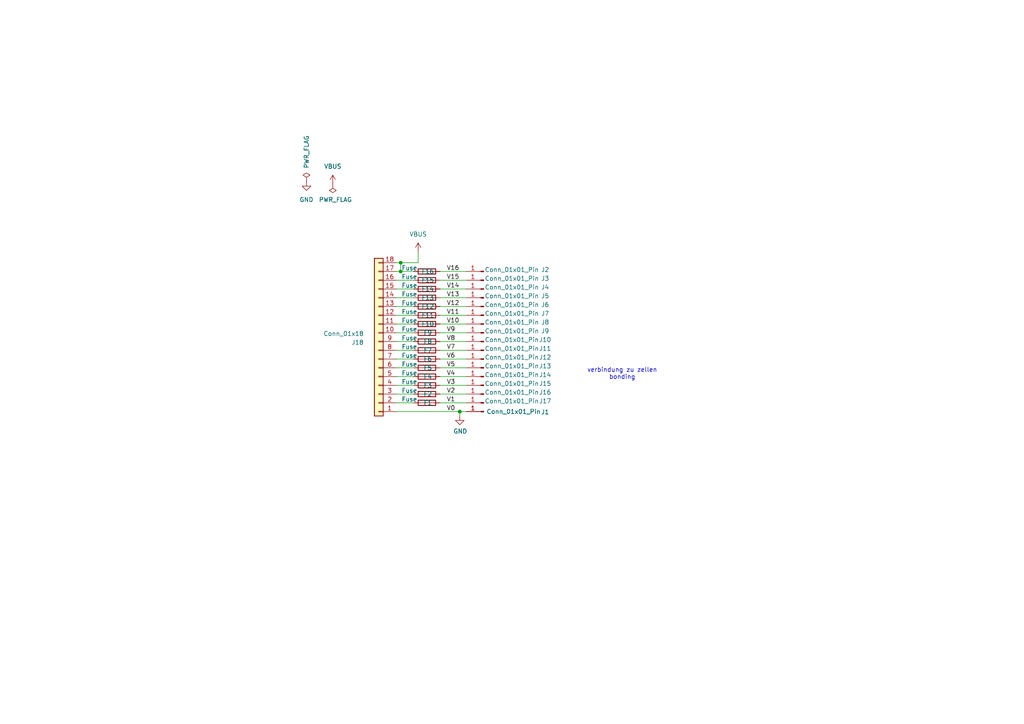
<source format=kicad_sch>
(kicad_sch
	(version 20231120)
	(generator "eeschema")
	(generator_version "8.0")
	(uuid "1d9cc614-0bf5-4778-8e8e-0e8d2a4a5fa2")
	(paper "A4")
	(lib_symbols
		(symbol "Connector:Conn_01x01_Pin"
			(pin_names
				(offset 1.016) hide)
			(exclude_from_sim no)
			(in_bom yes)
			(on_board yes)
			(property "Reference" "J"
				(at 0 2.54 0)
				(effects
					(font
						(size 1.27 1.27)
					)
				)
			)
			(property "Value" "Conn_01x01_Pin"
				(at 0 -2.54 0)
				(effects
					(font
						(size 1.27 1.27)
					)
				)
			)
			(property "Footprint" ""
				(at 0 0 0)
				(effects
					(font
						(size 1.27 1.27)
					)
					(hide yes)
				)
			)
			(property "Datasheet" "~"
				(at 0 0 0)
				(effects
					(font
						(size 1.27 1.27)
					)
					(hide yes)
				)
			)
			(property "Description" "Generic connector, single row, 01x01, script generated"
				(at 0 0 0)
				(effects
					(font
						(size 1.27 1.27)
					)
					(hide yes)
				)
			)
			(property "ki_locked" ""
				(at 0 0 0)
				(effects
					(font
						(size 1.27 1.27)
					)
				)
			)
			(property "ki_keywords" "connector"
				(at 0 0 0)
				(effects
					(font
						(size 1.27 1.27)
					)
					(hide yes)
				)
			)
			(property "ki_fp_filters" "Connector*:*_1x??_*"
				(at 0 0 0)
				(effects
					(font
						(size 1.27 1.27)
					)
					(hide yes)
				)
			)
			(symbol "Conn_01x01_Pin_1_1"
				(polyline
					(pts
						(xy 1.27 0) (xy 0.8636 0)
					)
					(stroke
						(width 0.1524)
						(type default)
					)
					(fill
						(type none)
					)
				)
				(rectangle
					(start 0.8636 0.127)
					(end 0 -0.127)
					(stroke
						(width 0.1524)
						(type default)
					)
					(fill
						(type outline)
					)
				)
				(pin passive line
					(at 5.08 0 180)
					(length 3.81)
					(name "Pin_1"
						(effects
							(font
								(size 1.27 1.27)
							)
						)
					)
					(number "1"
						(effects
							(font
								(size 1.27 1.27)
							)
						)
					)
				)
			)
		)
		(symbol "Connector_Generic:Conn_01x18"
			(pin_names
				(offset 1.016) hide)
			(exclude_from_sim no)
			(in_bom yes)
			(on_board yes)
			(property "Reference" "J"
				(at 0 22.86 0)
				(effects
					(font
						(size 1.27 1.27)
					)
				)
			)
			(property "Value" "Conn_01x18"
				(at 0 -25.4 0)
				(effects
					(font
						(size 1.27 1.27)
					)
				)
			)
			(property "Footprint" ""
				(at 0 0 0)
				(effects
					(font
						(size 1.27 1.27)
					)
					(hide yes)
				)
			)
			(property "Datasheet" "~"
				(at 0 0 0)
				(effects
					(font
						(size 1.27 1.27)
					)
					(hide yes)
				)
			)
			(property "Description" "Generic connector, single row, 01x18, script generated (kicad-library-utils/schlib/autogen/connector/)"
				(at 0 0 0)
				(effects
					(font
						(size 1.27 1.27)
					)
					(hide yes)
				)
			)
			(property "ki_keywords" "connector"
				(at 0 0 0)
				(effects
					(font
						(size 1.27 1.27)
					)
					(hide yes)
				)
			)
			(property "ki_fp_filters" "Connector*:*_1x??_*"
				(at 0 0 0)
				(effects
					(font
						(size 1.27 1.27)
					)
					(hide yes)
				)
			)
			(symbol "Conn_01x18_1_1"
				(rectangle
					(start -1.27 -22.733)
					(end 0 -22.987)
					(stroke
						(width 0.1524)
						(type default)
					)
					(fill
						(type none)
					)
				)
				(rectangle
					(start -1.27 -20.193)
					(end 0 -20.447)
					(stroke
						(width 0.1524)
						(type default)
					)
					(fill
						(type none)
					)
				)
				(rectangle
					(start -1.27 -17.653)
					(end 0 -17.907)
					(stroke
						(width 0.1524)
						(type default)
					)
					(fill
						(type none)
					)
				)
				(rectangle
					(start -1.27 -15.113)
					(end 0 -15.367)
					(stroke
						(width 0.1524)
						(type default)
					)
					(fill
						(type none)
					)
				)
				(rectangle
					(start -1.27 -12.573)
					(end 0 -12.827)
					(stroke
						(width 0.1524)
						(type default)
					)
					(fill
						(type none)
					)
				)
				(rectangle
					(start -1.27 -10.033)
					(end 0 -10.287)
					(stroke
						(width 0.1524)
						(type default)
					)
					(fill
						(type none)
					)
				)
				(rectangle
					(start -1.27 -7.493)
					(end 0 -7.747)
					(stroke
						(width 0.1524)
						(type default)
					)
					(fill
						(type none)
					)
				)
				(rectangle
					(start -1.27 -4.953)
					(end 0 -5.207)
					(stroke
						(width 0.1524)
						(type default)
					)
					(fill
						(type none)
					)
				)
				(rectangle
					(start -1.27 -2.413)
					(end 0 -2.667)
					(stroke
						(width 0.1524)
						(type default)
					)
					(fill
						(type none)
					)
				)
				(rectangle
					(start -1.27 0.127)
					(end 0 -0.127)
					(stroke
						(width 0.1524)
						(type default)
					)
					(fill
						(type none)
					)
				)
				(rectangle
					(start -1.27 2.667)
					(end 0 2.413)
					(stroke
						(width 0.1524)
						(type default)
					)
					(fill
						(type none)
					)
				)
				(rectangle
					(start -1.27 5.207)
					(end 0 4.953)
					(stroke
						(width 0.1524)
						(type default)
					)
					(fill
						(type none)
					)
				)
				(rectangle
					(start -1.27 7.747)
					(end 0 7.493)
					(stroke
						(width 0.1524)
						(type default)
					)
					(fill
						(type none)
					)
				)
				(rectangle
					(start -1.27 10.287)
					(end 0 10.033)
					(stroke
						(width 0.1524)
						(type default)
					)
					(fill
						(type none)
					)
				)
				(rectangle
					(start -1.27 12.827)
					(end 0 12.573)
					(stroke
						(width 0.1524)
						(type default)
					)
					(fill
						(type none)
					)
				)
				(rectangle
					(start -1.27 15.367)
					(end 0 15.113)
					(stroke
						(width 0.1524)
						(type default)
					)
					(fill
						(type none)
					)
				)
				(rectangle
					(start -1.27 17.907)
					(end 0 17.653)
					(stroke
						(width 0.1524)
						(type default)
					)
					(fill
						(type none)
					)
				)
				(rectangle
					(start -1.27 20.447)
					(end 0 20.193)
					(stroke
						(width 0.1524)
						(type default)
					)
					(fill
						(type none)
					)
				)
				(rectangle
					(start -1.27 21.59)
					(end 1.27 -24.13)
					(stroke
						(width 0.254)
						(type default)
					)
					(fill
						(type background)
					)
				)
				(pin passive line
					(at -5.08 20.32 0)
					(length 3.81)
					(name "Pin_1"
						(effects
							(font
								(size 1.27 1.27)
							)
						)
					)
					(number "1"
						(effects
							(font
								(size 1.27 1.27)
							)
						)
					)
				)
				(pin passive line
					(at -5.08 -2.54 0)
					(length 3.81)
					(name "Pin_10"
						(effects
							(font
								(size 1.27 1.27)
							)
						)
					)
					(number "10"
						(effects
							(font
								(size 1.27 1.27)
							)
						)
					)
				)
				(pin passive line
					(at -5.08 -5.08 0)
					(length 3.81)
					(name "Pin_11"
						(effects
							(font
								(size 1.27 1.27)
							)
						)
					)
					(number "11"
						(effects
							(font
								(size 1.27 1.27)
							)
						)
					)
				)
				(pin passive line
					(at -5.08 -7.62 0)
					(length 3.81)
					(name "Pin_12"
						(effects
							(font
								(size 1.27 1.27)
							)
						)
					)
					(number "12"
						(effects
							(font
								(size 1.27 1.27)
							)
						)
					)
				)
				(pin passive line
					(at -5.08 -10.16 0)
					(length 3.81)
					(name "Pin_13"
						(effects
							(font
								(size 1.27 1.27)
							)
						)
					)
					(number "13"
						(effects
							(font
								(size 1.27 1.27)
							)
						)
					)
				)
				(pin passive line
					(at -5.08 -12.7 0)
					(length 3.81)
					(name "Pin_14"
						(effects
							(font
								(size 1.27 1.27)
							)
						)
					)
					(number "14"
						(effects
							(font
								(size 1.27 1.27)
							)
						)
					)
				)
				(pin passive line
					(at -5.08 -15.24 0)
					(length 3.81)
					(name "Pin_15"
						(effects
							(font
								(size 1.27 1.27)
							)
						)
					)
					(number "15"
						(effects
							(font
								(size 1.27 1.27)
							)
						)
					)
				)
				(pin passive line
					(at -5.08 -17.78 0)
					(length 3.81)
					(name "Pin_16"
						(effects
							(font
								(size 1.27 1.27)
							)
						)
					)
					(number "16"
						(effects
							(font
								(size 1.27 1.27)
							)
						)
					)
				)
				(pin passive line
					(at -5.08 -20.32 0)
					(length 3.81)
					(name "Pin_17"
						(effects
							(font
								(size 1.27 1.27)
							)
						)
					)
					(number "17"
						(effects
							(font
								(size 1.27 1.27)
							)
						)
					)
				)
				(pin passive line
					(at -5.08 -22.86 0)
					(length 3.81)
					(name "Pin_18"
						(effects
							(font
								(size 1.27 1.27)
							)
						)
					)
					(number "18"
						(effects
							(font
								(size 1.27 1.27)
							)
						)
					)
				)
				(pin passive line
					(at -5.08 17.78 0)
					(length 3.81)
					(name "Pin_2"
						(effects
							(font
								(size 1.27 1.27)
							)
						)
					)
					(number "2"
						(effects
							(font
								(size 1.27 1.27)
							)
						)
					)
				)
				(pin passive line
					(at -5.08 15.24 0)
					(length 3.81)
					(name "Pin_3"
						(effects
							(font
								(size 1.27 1.27)
							)
						)
					)
					(number "3"
						(effects
							(font
								(size 1.27 1.27)
							)
						)
					)
				)
				(pin passive line
					(at -5.08 12.7 0)
					(length 3.81)
					(name "Pin_4"
						(effects
							(font
								(size 1.27 1.27)
							)
						)
					)
					(number "4"
						(effects
							(font
								(size 1.27 1.27)
							)
						)
					)
				)
				(pin passive line
					(at -5.08 10.16 0)
					(length 3.81)
					(name "Pin_5"
						(effects
							(font
								(size 1.27 1.27)
							)
						)
					)
					(number "5"
						(effects
							(font
								(size 1.27 1.27)
							)
						)
					)
				)
				(pin passive line
					(at -5.08 7.62 0)
					(length 3.81)
					(name "Pin_6"
						(effects
							(font
								(size 1.27 1.27)
							)
						)
					)
					(number "6"
						(effects
							(font
								(size 1.27 1.27)
							)
						)
					)
				)
				(pin passive line
					(at -5.08 5.08 0)
					(length 3.81)
					(name "Pin_7"
						(effects
							(font
								(size 1.27 1.27)
							)
						)
					)
					(number "7"
						(effects
							(font
								(size 1.27 1.27)
							)
						)
					)
				)
				(pin passive line
					(at -5.08 2.54 0)
					(length 3.81)
					(name "Pin_8"
						(effects
							(font
								(size 1.27 1.27)
							)
						)
					)
					(number "8"
						(effects
							(font
								(size 1.27 1.27)
							)
						)
					)
				)
				(pin passive line
					(at -5.08 0 0)
					(length 3.81)
					(name "Pin_9"
						(effects
							(font
								(size 1.27 1.27)
							)
						)
					)
					(number "9"
						(effects
							(font
								(size 1.27 1.27)
							)
						)
					)
				)
			)
		)
		(symbol "Device:Fuse"
			(pin_numbers hide)
			(pin_names
				(offset 0)
			)
			(exclude_from_sim no)
			(in_bom yes)
			(on_board yes)
			(property "Reference" "F"
				(at 2.032 0 90)
				(effects
					(font
						(size 1.27 1.27)
					)
				)
			)
			(property "Value" "Fuse"
				(at -1.905 0 90)
				(effects
					(font
						(size 1.27 1.27)
					)
				)
			)
			(property "Footprint" ""
				(at -1.778 0 90)
				(effects
					(font
						(size 1.27 1.27)
					)
					(hide yes)
				)
			)
			(property "Datasheet" "~"
				(at 0 0 0)
				(effects
					(font
						(size 1.27 1.27)
					)
					(hide yes)
				)
			)
			(property "Description" "Fuse"
				(at 0 0 0)
				(effects
					(font
						(size 1.27 1.27)
					)
					(hide yes)
				)
			)
			(property "ki_keywords" "fuse"
				(at 0 0 0)
				(effects
					(font
						(size 1.27 1.27)
					)
					(hide yes)
				)
			)
			(property "ki_fp_filters" "*Fuse*"
				(at 0 0 0)
				(effects
					(font
						(size 1.27 1.27)
					)
					(hide yes)
				)
			)
			(symbol "Fuse_0_1"
				(rectangle
					(start -0.762 -2.54)
					(end 0.762 2.54)
					(stroke
						(width 0.254)
						(type default)
					)
					(fill
						(type none)
					)
				)
				(polyline
					(pts
						(xy 0 2.54) (xy 0 -2.54)
					)
					(stroke
						(width 0)
						(type default)
					)
					(fill
						(type none)
					)
				)
			)
			(symbol "Fuse_1_1"
				(pin passive line
					(at 0 3.81 270)
					(length 1.27)
					(name "~"
						(effects
							(font
								(size 1.27 1.27)
							)
						)
					)
					(number "1"
						(effects
							(font
								(size 1.27 1.27)
							)
						)
					)
				)
				(pin passive line
					(at 0 -3.81 90)
					(length 1.27)
					(name "~"
						(effects
							(font
								(size 1.27 1.27)
							)
						)
					)
					(number "2"
						(effects
							(font
								(size 1.27 1.27)
							)
						)
					)
				)
			)
		)
		(symbol "power:GND"
			(power)
			(pin_numbers hide)
			(pin_names
				(offset 0) hide)
			(exclude_from_sim no)
			(in_bom yes)
			(on_board yes)
			(property "Reference" "#PWR"
				(at 0 -6.35 0)
				(effects
					(font
						(size 1.27 1.27)
					)
					(hide yes)
				)
			)
			(property "Value" "GND"
				(at 0 -3.81 0)
				(effects
					(font
						(size 1.27 1.27)
					)
				)
			)
			(property "Footprint" ""
				(at 0 0 0)
				(effects
					(font
						(size 1.27 1.27)
					)
					(hide yes)
				)
			)
			(property "Datasheet" ""
				(at 0 0 0)
				(effects
					(font
						(size 1.27 1.27)
					)
					(hide yes)
				)
			)
			(property "Description" "Power symbol creates a global label with name \"GND\" , ground"
				(at 0 0 0)
				(effects
					(font
						(size 1.27 1.27)
					)
					(hide yes)
				)
			)
			(property "ki_keywords" "global power"
				(at 0 0 0)
				(effects
					(font
						(size 1.27 1.27)
					)
					(hide yes)
				)
			)
			(symbol "GND_0_1"
				(polyline
					(pts
						(xy 0 0) (xy 0 -1.27) (xy 1.27 -1.27) (xy 0 -2.54) (xy -1.27 -1.27) (xy 0 -1.27)
					)
					(stroke
						(width 0)
						(type default)
					)
					(fill
						(type none)
					)
				)
			)
			(symbol "GND_1_1"
				(pin power_in line
					(at 0 0 270)
					(length 0)
					(name "~"
						(effects
							(font
								(size 1.27 1.27)
							)
						)
					)
					(number "1"
						(effects
							(font
								(size 1.27 1.27)
							)
						)
					)
				)
			)
		)
		(symbol "power:PWR_FLAG"
			(power)
			(pin_numbers hide)
			(pin_names
				(offset 0) hide)
			(exclude_from_sim no)
			(in_bom yes)
			(on_board yes)
			(property "Reference" "#FLG"
				(at 0 1.905 0)
				(effects
					(font
						(size 1.27 1.27)
					)
					(hide yes)
				)
			)
			(property "Value" "PWR_FLAG"
				(at 0 3.81 0)
				(effects
					(font
						(size 1.27 1.27)
					)
				)
			)
			(property "Footprint" ""
				(at 0 0 0)
				(effects
					(font
						(size 1.27 1.27)
					)
					(hide yes)
				)
			)
			(property "Datasheet" "~"
				(at 0 0 0)
				(effects
					(font
						(size 1.27 1.27)
					)
					(hide yes)
				)
			)
			(property "Description" "Special symbol for telling ERC where power comes from"
				(at 0 0 0)
				(effects
					(font
						(size 1.27 1.27)
					)
					(hide yes)
				)
			)
			(property "ki_keywords" "flag power"
				(at 0 0 0)
				(effects
					(font
						(size 1.27 1.27)
					)
					(hide yes)
				)
			)
			(symbol "PWR_FLAG_0_0"
				(pin power_out line
					(at 0 0 90)
					(length 0)
					(name "~"
						(effects
							(font
								(size 1.27 1.27)
							)
						)
					)
					(number "1"
						(effects
							(font
								(size 1.27 1.27)
							)
						)
					)
				)
			)
			(symbol "PWR_FLAG_0_1"
				(polyline
					(pts
						(xy 0 0) (xy 0 1.27) (xy -1.016 1.905) (xy 0 2.54) (xy 1.016 1.905) (xy 0 1.27)
					)
					(stroke
						(width 0)
						(type default)
					)
					(fill
						(type none)
					)
				)
			)
		)
		(symbol "power:VBUS"
			(power)
			(pin_numbers hide)
			(pin_names
				(offset 0) hide)
			(exclude_from_sim no)
			(in_bom yes)
			(on_board yes)
			(property "Reference" "#PWR"
				(at 0 -3.81 0)
				(effects
					(font
						(size 1.27 1.27)
					)
					(hide yes)
				)
			)
			(property "Value" "VBUS"
				(at 0 3.556 0)
				(effects
					(font
						(size 1.27 1.27)
					)
				)
			)
			(property "Footprint" ""
				(at 0 0 0)
				(effects
					(font
						(size 1.27 1.27)
					)
					(hide yes)
				)
			)
			(property "Datasheet" ""
				(at 0 0 0)
				(effects
					(font
						(size 1.27 1.27)
					)
					(hide yes)
				)
			)
			(property "Description" "Power symbol creates a global label with name \"VBUS\""
				(at 0 0 0)
				(effects
					(font
						(size 1.27 1.27)
					)
					(hide yes)
				)
			)
			(property "ki_keywords" "global power"
				(at 0 0 0)
				(effects
					(font
						(size 1.27 1.27)
					)
					(hide yes)
				)
			)
			(symbol "VBUS_0_1"
				(polyline
					(pts
						(xy -0.762 1.27) (xy 0 2.54)
					)
					(stroke
						(width 0)
						(type default)
					)
					(fill
						(type none)
					)
				)
				(polyline
					(pts
						(xy 0 0) (xy 0 2.54)
					)
					(stroke
						(width 0)
						(type default)
					)
					(fill
						(type none)
					)
				)
				(polyline
					(pts
						(xy 0 2.54) (xy 0.762 1.27)
					)
					(stroke
						(width 0)
						(type default)
					)
					(fill
						(type none)
					)
				)
			)
			(symbol "VBUS_1_1"
				(pin power_in line
					(at 0 0 90)
					(length 0)
					(name "~"
						(effects
							(font
								(size 1.27 1.27)
							)
						)
					)
					(number "1"
						(effects
							(font
								(size 1.27 1.27)
							)
						)
					)
				)
			)
		)
	)
	(junction
		(at 133.35 119.38)
		(diameter 0)
		(color 0 0 0 0)
		(uuid "17531fac-0f21-4825-b253-8713112056cc")
	)
	(junction
		(at 116.205 78.74)
		(diameter 0)
		(color 0 0 0 0)
		(uuid "642d74d8-c3b3-45e7-ba5c-f9271487bfa1")
	)
	(junction
		(at 116.205 76.2)
		(diameter 0)
		(color 0 0 0 0)
		(uuid "748d8650-ae57-4afb-a039-9439789521df")
	)
	(wire
		(pts
			(xy 114.935 91.44) (xy 120.015 91.44)
		)
		(stroke
			(width 0)
			(type default)
		)
		(uuid "018aceaa-26cb-4f5d-b678-2d4d9a5ed598")
	)
	(wire
		(pts
			(xy 114.935 81.28) (xy 120.015 81.28)
		)
		(stroke
			(width 0)
			(type default)
		)
		(uuid "04c2e2da-38fe-4555-b881-e0ed61176549")
	)
	(wire
		(pts
			(xy 114.935 88.9) (xy 120.015 88.9)
		)
		(stroke
			(width 0)
			(type default)
		)
		(uuid "089164e1-5bd7-4056-a0cf-ba13b3f47eb6")
	)
	(wire
		(pts
			(xy 127.635 83.82) (xy 135.255 83.82)
		)
		(stroke
			(width 0)
			(type default)
		)
		(uuid "0c4ffd47-0489-4c0d-ae89-7d6d6bfa1b2c")
	)
	(wire
		(pts
			(xy 127.635 86.36) (xy 135.255 86.36)
		)
		(stroke
			(width 0)
			(type default)
		)
		(uuid "0cc19ba5-3499-416d-8ffd-ac2e25a42968")
	)
	(wire
		(pts
			(xy 127.635 116.84) (xy 135.255 116.84)
		)
		(stroke
			(width 0)
			(type default)
		)
		(uuid "1222c7cc-0fc5-4786-bbfa-fbf5c0400464")
	)
	(wire
		(pts
			(xy 127.635 78.74) (xy 135.255 78.74)
		)
		(stroke
			(width 0)
			(type default)
		)
		(uuid "1469e016-04b8-4413-8839-29e554d828a2")
	)
	(wire
		(pts
			(xy 127.635 96.52) (xy 135.255 96.52)
		)
		(stroke
			(width 0)
			(type default)
		)
		(uuid "15439573-ab63-4194-846e-bbe944d12e19")
	)
	(wire
		(pts
			(xy 114.935 93.98) (xy 120.015 93.98)
		)
		(stroke
			(width 0)
			(type default)
		)
		(uuid "1849a1a0-e8ff-4c4f-a564-17ccd6268bae")
	)
	(wire
		(pts
			(xy 133.35 120.65) (xy 133.35 119.38)
		)
		(stroke
			(width 0)
			(type default)
		)
		(uuid "1a82149f-1967-44d7-889a-e729778fa641")
	)
	(wire
		(pts
			(xy 127.635 104.14) (xy 135.255 104.14)
		)
		(stroke
			(width 0)
			(type default)
		)
		(uuid "1bb2f3ab-1b25-4197-9ea6-0a1f325ce113")
	)
	(wire
		(pts
			(xy 114.935 99.06) (xy 120.015 99.06)
		)
		(stroke
			(width 0)
			(type default)
		)
		(uuid "207aa897-54c4-4892-a085-7fe29ee18511")
	)
	(wire
		(pts
			(xy 114.935 78.74) (xy 116.205 78.74)
		)
		(stroke
			(width 0)
			(type default)
		)
		(uuid "300039bf-130d-435f-80eb-493b358ca86f")
	)
	(wire
		(pts
			(xy 114.935 111.76) (xy 120.015 111.76)
		)
		(stroke
			(width 0)
			(type default)
		)
		(uuid "3c9952fb-b492-44c1-8653-a1da3fcc9201")
	)
	(wire
		(pts
			(xy 114.935 116.84) (xy 120.015 116.84)
		)
		(stroke
			(width 0)
			(type default)
		)
		(uuid "3cdf8f36-4dc4-42cc-8ced-39648af290a9")
	)
	(wire
		(pts
			(xy 114.935 109.22) (xy 120.015 109.22)
		)
		(stroke
			(width 0)
			(type default)
		)
		(uuid "45c766b7-63cb-4f3d-bcf1-202317cdbefb")
	)
	(wire
		(pts
			(xy 116.205 78.74) (xy 120.015 78.74)
		)
		(stroke
			(width 0)
			(type default)
		)
		(uuid "4b76e83b-0cf0-4ab3-857b-7b684d333e89")
	)
	(wire
		(pts
			(xy 127.635 111.76) (xy 135.255 111.76)
		)
		(stroke
			(width 0)
			(type default)
		)
		(uuid "53ac8e79-26e6-4d0b-8326-aebaffe76305")
	)
	(wire
		(pts
			(xy 116.205 76.2) (xy 116.205 78.74)
		)
		(stroke
			(width 0)
			(type default)
		)
		(uuid "5891a3b4-3383-4f42-94a8-17f37cec1c0c")
	)
	(wire
		(pts
			(xy 127.635 106.68) (xy 135.255 106.68)
		)
		(stroke
			(width 0)
			(type default)
		)
		(uuid "5b95f99b-d8e8-4a6c-87ab-b83f98e08d0a")
	)
	(wire
		(pts
			(xy 127.635 109.22) (xy 135.255 109.22)
		)
		(stroke
			(width 0)
			(type default)
		)
		(uuid "6808f3c4-c470-4e2f-9cc9-3e7062c66150")
	)
	(wire
		(pts
			(xy 114.935 101.6) (xy 120.015 101.6)
		)
		(stroke
			(width 0)
			(type default)
		)
		(uuid "687abcd9-df45-4a1d-8a94-53472a60d997")
	)
	(wire
		(pts
			(xy 121.285 73.025) (xy 121.285 76.2)
		)
		(stroke
			(width 0)
			(type default)
		)
		(uuid "70a7baf9-f793-41ea-aa80-3363ea1d742d")
	)
	(wire
		(pts
			(xy 127.635 101.6) (xy 135.255 101.6)
		)
		(stroke
			(width 0)
			(type default)
		)
		(uuid "7fc7673f-8e52-4a6b-8a80-cf9a93cfa47f")
	)
	(wire
		(pts
			(xy 127.635 93.98) (xy 135.255 93.98)
		)
		(stroke
			(width 0)
			(type default)
		)
		(uuid "82f893ee-e1c3-4a07-b284-d1413b9ab85d")
	)
	(wire
		(pts
			(xy 127.635 99.06) (xy 135.255 99.06)
		)
		(stroke
			(width 0)
			(type default)
		)
		(uuid "881cdb73-70ce-473f-a1fd-0389e93d3123")
	)
	(wire
		(pts
			(xy 127.635 114.3) (xy 135.255 114.3)
		)
		(stroke
			(width 0)
			(type default)
		)
		(uuid "92634063-e3c1-4d82-b30a-a12953c688ba")
	)
	(wire
		(pts
			(xy 127.635 91.44) (xy 135.255 91.44)
		)
		(stroke
			(width 0)
			(type default)
		)
		(uuid "947e9429-f069-4684-8fe6-4eb6c0548d51")
	)
	(wire
		(pts
			(xy 114.935 114.3) (xy 120.015 114.3)
		)
		(stroke
			(width 0)
			(type default)
		)
		(uuid "94bf49d5-a392-46e4-859b-8eb5c856c133")
	)
	(wire
		(pts
			(xy 127.635 81.28) (xy 135.255 81.28)
		)
		(stroke
			(width 0)
			(type default)
		)
		(uuid "9cc141a5-4877-4cc4-9809-c014531f9c23")
	)
	(wire
		(pts
			(xy 114.935 76.2) (xy 116.205 76.2)
		)
		(stroke
			(width 0)
			(type default)
		)
		(uuid "9ebcf7dd-96d3-4b7e-9500-5891c78ac176")
	)
	(wire
		(pts
			(xy 116.205 76.2) (xy 121.285 76.2)
		)
		(stroke
			(width 0)
			(type default)
		)
		(uuid "a035bbfe-9da1-4409-b172-276c9fbeccd2")
	)
	(wire
		(pts
			(xy 114.935 106.68) (xy 120.015 106.68)
		)
		(stroke
			(width 0)
			(type default)
		)
		(uuid "a8718be3-8f45-4a44-a595-ae7d85b7c7f2")
	)
	(wire
		(pts
			(xy 114.935 104.14) (xy 120.015 104.14)
		)
		(stroke
			(width 0)
			(type default)
		)
		(uuid "ba267fbb-1748-4208-87d1-75c870537698")
	)
	(wire
		(pts
			(xy 127.635 88.9) (xy 135.255 88.9)
		)
		(stroke
			(width 0)
			(type default)
		)
		(uuid "bb05c23b-e428-4efa-b493-f9b636d5f966")
	)
	(wire
		(pts
			(xy 114.935 86.36) (xy 120.015 86.36)
		)
		(stroke
			(width 0)
			(type default)
		)
		(uuid "be39b9fa-fa7b-4129-b4de-6bd71cbd26aa")
	)
	(wire
		(pts
			(xy 114.935 96.52) (xy 120.015 96.52)
		)
		(stroke
			(width 0)
			(type default)
		)
		(uuid "df7ba148-381d-48d6-99a7-10b9358bd187")
	)
	(wire
		(pts
			(xy 114.935 83.82) (xy 120.015 83.82)
		)
		(stroke
			(width 0)
			(type default)
		)
		(uuid "e8f3dd12-98eb-46cf-bfdf-abc10d26a132")
	)
	(wire
		(pts
			(xy 114.935 119.38) (xy 133.35 119.38)
		)
		(stroke
			(width 0)
			(type default)
		)
		(uuid "f2e67e03-87d6-4088-8300-4f7cbf18d524")
	)
	(wire
		(pts
			(xy 133.35 119.38) (xy 135.255 119.38)
		)
		(stroke
			(width 0)
			(type default)
		)
		(uuid "fa4e4e36-7cf6-48f6-a4fa-87eee3a72cfa")
	)
	(text "verbindung zu zellen\nbonding\n"
		(exclude_from_sim no)
		(at 180.467 108.458 0)
		(effects
			(font
				(size 1.27 1.27)
			)
		)
		(uuid "cec7a0b1-c32f-46bb-a9f6-5ba939c63e77")
	)
	(label "V11"
		(at 129.54 91.44 0)
		(fields_autoplaced yes)
		(effects
			(font
				(size 1.27 1.27)
			)
			(justify left bottom)
		)
		(uuid "0118b175-c050-4167-a110-5e6fb86f1704")
	)
	(label "V4"
		(at 129.54 109.22 0)
		(fields_autoplaced yes)
		(effects
			(font
				(size 1.27 1.27)
			)
			(justify left bottom)
		)
		(uuid "31804acc-2f62-4f1b-b1e9-3ad744085c80")
	)
	(label "V1"
		(at 129.54 116.84 0)
		(fields_autoplaced yes)
		(effects
			(font
				(size 1.27 1.27)
			)
			(justify left bottom)
		)
		(uuid "38ead3b5-858a-4c39-9318-b32f947f6def")
	)
	(label "V5"
		(at 129.54 106.68 0)
		(fields_autoplaced yes)
		(effects
			(font
				(size 1.27 1.27)
			)
			(justify left bottom)
		)
		(uuid "4dd16825-4fc4-47c2-bf8e-a78d88fe4736")
	)
	(label "V6"
		(at 129.54 104.14 0)
		(fields_autoplaced yes)
		(effects
			(font
				(size 1.27 1.27)
			)
			(justify left bottom)
		)
		(uuid "5b908d49-f865-4ec7-9b4b-906bc1f5fe67")
	)
	(label "V15"
		(at 129.54 81.28 0)
		(fields_autoplaced yes)
		(effects
			(font
				(size 1.27 1.27)
			)
			(justify left bottom)
		)
		(uuid "5d20d4bd-472b-48c0-89ba-c8e76e7f3e51")
	)
	(label "V13"
		(at 129.54 86.36 0)
		(fields_autoplaced yes)
		(effects
			(font
				(size 1.27 1.27)
			)
			(justify left bottom)
		)
		(uuid "697a5b83-76fe-4a71-99a3-920a64d34e8b")
	)
	(label "V7"
		(at 129.54 101.6 0)
		(fields_autoplaced yes)
		(effects
			(font
				(size 1.27 1.27)
			)
			(justify left bottom)
		)
		(uuid "755bf7f1-8d92-4429-b19a-0d2b0ad706d8")
	)
	(label "V12"
		(at 129.54 88.9 0)
		(fields_autoplaced yes)
		(effects
			(font
				(size 1.27 1.27)
			)
			(justify left bottom)
		)
		(uuid "ad206a6a-9eec-405d-adca-cdb53dc5959c")
	)
	(label "V9"
		(at 129.54 96.52 0)
		(fields_autoplaced yes)
		(effects
			(font
				(size 1.27 1.27)
			)
			(justify left bottom)
		)
		(uuid "ad4f5f69-1cfb-44a7-99a4-8a9ec60c6a28")
	)
	(label "V0"
		(at 129.54 119.38 0)
		(fields_autoplaced yes)
		(effects
			(font
				(size 1.27 1.27)
			)
			(justify left bottom)
		)
		(uuid "cc1767f4-d8e3-4a77-b3a4-da1324e3ac19")
	)
	(label "V2"
		(at 129.54 114.3 0)
		(fields_autoplaced yes)
		(effects
			(font
				(size 1.27 1.27)
			)
			(justify left bottom)
		)
		(uuid "d9c0686b-fa08-4b6b-a484-c92290b1eb8d")
	)
	(label "V3"
		(at 129.54 111.76 0)
		(fields_autoplaced yes)
		(effects
			(font
				(size 1.27 1.27)
			)
			(justify left bottom)
		)
		(uuid "db353411-ae1a-403a-ae1b-2aa2a95fd669")
	)
	(label "V16"
		(at 129.54 78.74 0)
		(fields_autoplaced yes)
		(effects
			(font
				(size 1.27 1.27)
			)
			(justify left bottom)
		)
		(uuid "dee58bea-be07-4f4d-a7d7-eb6060501be5")
	)
	(label "V10"
		(at 129.54 93.98 0)
		(fields_autoplaced yes)
		(effects
			(font
				(size 1.27 1.27)
			)
			(justify left bottom)
		)
		(uuid "e1cb22a9-e1f1-4e84-8748-f852cc3a09aa")
	)
	(label "V14"
		(at 129.54 83.82 0)
		(fields_autoplaced yes)
		(effects
			(font
				(size 1.27 1.27)
			)
			(justify left bottom)
		)
		(uuid "f73aa67a-8d85-4deb-81ad-ebd3eaee1013")
	)
	(label "V8"
		(at 129.54 99.06 0)
		(fields_autoplaced yes)
		(effects
			(font
				(size 1.27 1.27)
			)
			(justify left bottom)
		)
		(uuid "fdc8e6e5-b3b3-4526-b7bc-bca13a94fc68")
	)
	(symbol
		(lib_id "power:PWR_FLAG")
		(at 96.52 53.34 180)
		(unit 1)
		(exclude_from_sim no)
		(in_bom yes)
		(on_board yes)
		(dnp no)
		(uuid "002f07f5-7b92-4a7c-b404-4bb8de0d297f")
		(property "Reference" "#FLG02"
			(at 96.52 55.245 0)
			(effects
				(font
					(size 1.27 1.27)
				)
				(hide yes)
			)
		)
		(property "Value" "PWR_FLAG"
			(at 97.282 57.912 0)
			(effects
				(font
					(size 1.27 1.27)
				)
			)
		)
		(property "Footprint" ""
			(at 96.52 53.34 0)
			(effects
				(font
					(size 1.27 1.27)
				)
				(hide yes)
			)
		)
		(property "Datasheet" "~"
			(at 96.52 53.34 0)
			(effects
				(font
					(size 1.27 1.27)
				)
				(hide yes)
			)
		)
		(property "Description" "Special symbol for telling ERC where power comes from"
			(at 96.52 53.34 0)
			(effects
				(font
					(size 1.27 1.27)
				)
				(hide yes)
			)
		)
		(pin "1"
			(uuid "6029ef16-0b8c-472c-91fc-26ed5e14de53")
		)
		(instances
			(project "FT25_AMS_VSENS"
				(path "/1d9cc614-0bf5-4778-8e8e-0e8d2a4a5fa2"
					(reference "#FLG02")
					(unit 1)
				)
			)
		)
	)
	(symbol
		(lib_id "Connector:Conn_01x01_Pin")
		(at 140.335 106.68 180)
		(unit 1)
		(exclude_from_sim no)
		(in_bom yes)
		(on_board yes)
		(dnp no)
		(uuid "07dec1b8-7836-4876-a93d-9eb604b0642e")
		(property "Reference" "J13"
			(at 158.115 106.172 0)
			(effects
				(font
					(size 1.27 1.27)
				)
			)
		)
		(property "Value" "Conn_01x01_Pin"
			(at 148.463 106.172 0)
			(effects
				(font
					(size 1.27 1.27)
				)
			)
		)
		(property "Footprint" "VTSENS:Baby_ST_Bond_Pad"
			(at 140.335 106.68 0)
			(effects
				(font
					(size 1.27 1.27)
				)
				(hide yes)
			)
		)
		(property "Datasheet" "~"
			(at 140.335 106.68 0)
			(effects
				(font
					(size 1.27 1.27)
				)
				(hide yes)
			)
		)
		(property "Description" "Generic connector, single row, 01x01, script generated"
			(at 140.335 106.68 0)
			(effects
				(font
					(size 1.27 1.27)
				)
				(hide yes)
			)
		)
		(pin "1"
			(uuid "da900868-7d05-4684-81b4-15d83d58609a")
		)
		(instances
			(project "FT25_AMS_VSENS"
				(path "/1d9cc614-0bf5-4778-8e8e-0e8d2a4a5fa2"
					(reference "J13")
					(unit 1)
				)
			)
		)
	)
	(symbol
		(lib_id "power:PWR_FLAG")
		(at 88.9 52.705 0)
		(unit 1)
		(exclude_from_sim no)
		(in_bom yes)
		(on_board yes)
		(dnp no)
		(fields_autoplaced yes)
		(uuid "0860045f-7689-486e-beef-0dfc4cd9b37b")
		(property "Reference" "#FLG01"
			(at 88.9 50.8 0)
			(effects
				(font
					(size 1.27 1.27)
				)
				(hide yes)
			)
		)
		(property "Value" "PWR_FLAG"
			(at 88.9001 48.895 90)
			(effects
				(font
					(size 1.27 1.27)
				)
				(justify left)
			)
		)
		(property "Footprint" ""
			(at 88.9 52.705 0)
			(effects
				(font
					(size 1.27 1.27)
				)
				(hide yes)
			)
		)
		(property "Datasheet" "~"
			(at 88.9 52.705 0)
			(effects
				(font
					(size 1.27 1.27)
				)
				(hide yes)
			)
		)
		(property "Description" "Special symbol for telling ERC where power comes from"
			(at 88.9 52.705 0)
			(effects
				(font
					(size 1.27 1.27)
				)
				(hide yes)
			)
		)
		(pin "1"
			(uuid "04a9c31a-b7f5-4a0f-b600-59fa2b0a8a69")
		)
		(instances
			(project "FT25_AMS_VSENS"
				(path "/1d9cc614-0bf5-4778-8e8e-0e8d2a4a5fa2"
					(reference "#FLG01")
					(unit 1)
				)
			)
		)
	)
	(symbol
		(lib_id "Device:Fuse")
		(at 123.825 101.6 90)
		(unit 1)
		(exclude_from_sim no)
		(in_bom yes)
		(on_board yes)
		(dnp no)
		(uuid "0d9d753a-0682-4094-963c-fd2e9781d520")
		(property "Reference" "F7"
			(at 124.079 101.6 90)
			(effects
				(font
					(size 1.27 1.27)
				)
			)
		)
		(property "Value" "Fuse"
			(at 118.745 100.584 90)
			(effects
				(font
					(size 1.27 1.27)
				)
			)
		)
		(property "Footprint" "Fuse:Fuse_0603_1608Metric"
			(at 123.825 103.378 90)
			(effects
				(font
					(size 1.27 1.27)
				)
				(hide yes)
			)
		)
		(property "Datasheet" "~"
			(at 123.825 101.6 0)
			(effects
				(font
					(size 1.27 1.27)
				)
				(hide yes)
			)
		)
		(property "Description" "Fuse"
			(at 123.825 101.6 0)
			(effects
				(font
					(size 1.27 1.27)
				)
				(hide yes)
			)
		)
		(pin "1"
			(uuid "2a245d50-f025-42ba-8f11-43e44656f6f1")
		)
		(pin "2"
			(uuid "9db801cb-769b-45d8-989b-124965104208")
		)
		(instances
			(project "FT25_AMS_VSENS"
				(path "/1d9cc614-0bf5-4778-8e8e-0e8d2a4a5fa2"
					(reference "F7")
					(unit 1)
				)
			)
		)
	)
	(symbol
		(lib_id "Device:Fuse")
		(at 123.825 109.22 90)
		(unit 1)
		(exclude_from_sim no)
		(in_bom yes)
		(on_board yes)
		(dnp no)
		(uuid "0dff8fbd-2cb2-4dd9-8483-ecae969cf22c")
		(property "Reference" "F4"
			(at 124.079 109.22 90)
			(effects
				(font
					(size 1.27 1.27)
				)
			)
		)
		(property "Value" "Fuse"
			(at 118.745 108.204 90)
			(effects
				(font
					(size 1.27 1.27)
				)
			)
		)
		(property "Footprint" "Fuse:Fuse_0603_1608Metric"
			(at 123.825 110.998 90)
			(effects
				(font
					(size 1.27 1.27)
				)
				(hide yes)
			)
		)
		(property "Datasheet" "~"
			(at 123.825 109.22 0)
			(effects
				(font
					(size 1.27 1.27)
				)
				(hide yes)
			)
		)
		(property "Description" "Fuse"
			(at 123.825 109.22 0)
			(effects
				(font
					(size 1.27 1.27)
				)
				(hide yes)
			)
		)
		(pin "1"
			(uuid "0cb52f64-7543-4d18-9bd4-a8c30e6c48b3")
		)
		(pin "2"
			(uuid "20659abf-2862-41c7-9b5c-eacfc7326f7f")
		)
		(instances
			(project "FT25_AMS_VSENS"
				(path "/1d9cc614-0bf5-4778-8e8e-0e8d2a4a5fa2"
					(reference "F4")
					(unit 1)
				)
			)
		)
	)
	(symbol
		(lib_id "Connector_Generic:Conn_01x18")
		(at 109.855 99.06 180)
		(unit 1)
		(exclude_from_sim no)
		(in_bom yes)
		(on_board yes)
		(dnp no)
		(uuid "1579bb9d-c0c5-47c7-be9c-fd44b4b4ccb6")
		(property "Reference" "J18"
			(at 105.537 99.314 0)
			(effects
				(font
					(size 1.27 1.27)
				)
				(justify left)
			)
		)
		(property "Value" "Conn_01x18"
			(at 105.537 96.774 0)
			(effects
				(font
					(size 1.27 1.27)
				)
				(justify left)
			)
		)
		(property "Footprint" "VTSENS:5016451820"
			(at 109.855 99.06 0)
			(effects
				(font
					(size 1.27 1.27)
				)
				(hide yes)
			)
		)
		(property "Datasheet" "~"
			(at 109.855 99.06 0)
			(effects
				(font
					(size 1.27 1.27)
				)
				(hide yes)
			)
		)
		(property "Description" "Generic connector, single row, 01x18, script generated (kicad-library-utils/schlib/autogen/connector/)"
			(at 109.855 99.06 0)
			(effects
				(font
					(size 1.27 1.27)
				)
				(hide yes)
			)
		)
		(pin "10"
			(uuid "3b535272-a669-4194-aa6c-439ed2cdb7b8")
		)
		(pin "4"
			(uuid "b4532e94-de7d-4557-ad49-24fc50d2fece")
		)
		(pin "13"
			(uuid "e6d7c9cb-b587-4bef-a6d0-8fad5d656e8d")
		)
		(pin "6"
			(uuid "56ddbfc7-4a67-4907-9576-0ffa5863d79e")
		)
		(pin "5"
			(uuid "06d622ab-b6cb-46f6-b335-fffd3f7cb761")
		)
		(pin "14"
			(uuid "f39d3dcc-a68f-42be-9b74-22f53e92a740")
		)
		(pin "18"
			(uuid "13cd0727-f855-4457-8818-3381bc6b20a1")
		)
		(pin "8"
			(uuid "d2a43045-e5da-47ce-821d-612f2a00849d")
		)
		(pin "3"
			(uuid "4cc21c9a-a703-4a20-957f-2ceb1e4729d7")
		)
		(pin "15"
			(uuid "a660ce8a-4655-4890-99c9-15c296192e0f")
		)
		(pin "7"
			(uuid "9b72556d-e6a8-4eed-81f7-2b42d021662c")
		)
		(pin "9"
			(uuid "16aa043d-1886-4c4c-93d8-8b56462ce082")
		)
		(pin "12"
			(uuid "cd75a547-f669-41db-9421-b7af57044eb3")
		)
		(pin "16"
			(uuid "99b6e482-2392-4c9c-919a-ff3ddaf7a079")
		)
		(pin "11"
			(uuid "5299090b-601c-4e3e-a7b5-de0f1f0c774e")
		)
		(pin "17"
			(uuid "1374903c-434e-42b6-82fe-d78fb7c097b3")
		)
		(pin "1"
			(uuid "5774857d-525f-4935-a85a-85ec4bd3ffe0")
		)
		(pin "2"
			(uuid "e9f6462a-972d-417e-bc57-2a1b8ca2ecb9")
		)
		(instances
			(project "FT25_AMS_VSENS"
				(path "/1d9cc614-0bf5-4778-8e8e-0e8d2a4a5fa2"
					(reference "J18")
					(unit 1)
				)
			)
		)
	)
	(symbol
		(lib_id "Device:Fuse")
		(at 123.825 96.52 90)
		(unit 1)
		(exclude_from_sim no)
		(in_bom yes)
		(on_board yes)
		(dnp no)
		(uuid "169069f5-1a28-470c-931b-74d581bc2db8")
		(property "Reference" "F9"
			(at 124.079 96.52 90)
			(effects
				(font
					(size 1.27 1.27)
				)
			)
		)
		(property "Value" "Fuse"
			(at 118.745 95.504 90)
			(effects
				(font
					(size 1.27 1.27)
				)
			)
		)
		(property "Footprint" "Fuse:Fuse_0603_1608Metric"
			(at 123.825 98.298 90)
			(effects
				(font
					(size 1.27 1.27)
				)
				(hide yes)
			)
		)
		(property "Datasheet" "~"
			(at 123.825 96.52 0)
			(effects
				(font
					(size 1.27 1.27)
				)
				(hide yes)
			)
		)
		(property "Description" "Fuse"
			(at 123.825 96.52 0)
			(effects
				(font
					(size 1.27 1.27)
				)
				(hide yes)
			)
		)
		(pin "1"
			(uuid "a69b6185-44ff-4c4a-ac67-b2cc4ea7da62")
		)
		(pin "2"
			(uuid "9f23a882-2543-4b7f-bdc0-9f8db671f480")
		)
		(instances
			(project "FT25_AMS_VSENS"
				(path "/1d9cc614-0bf5-4778-8e8e-0e8d2a4a5fa2"
					(reference "F9")
					(unit 1)
				)
			)
		)
	)
	(symbol
		(lib_id "Device:Fuse")
		(at 123.825 81.28 90)
		(unit 1)
		(exclude_from_sim no)
		(in_bom yes)
		(on_board yes)
		(dnp no)
		(uuid "1c5c8fa0-3261-4877-aaee-a232ecb8b893")
		(property "Reference" "F15"
			(at 124.079 81.28 90)
			(effects
				(font
					(size 1.27 1.27)
				)
			)
		)
		(property "Value" "Fuse"
			(at 118.745 80.264 90)
			(effects
				(font
					(size 1.27 1.27)
				)
			)
		)
		(property "Footprint" "Fuse:Fuse_0603_1608Metric"
			(at 123.825 83.058 90)
			(effects
				(font
					(size 1.27 1.27)
				)
				(hide yes)
			)
		)
		(property "Datasheet" "~"
			(at 123.825 81.28 0)
			(effects
				(font
					(size 1.27 1.27)
				)
				(hide yes)
			)
		)
		(property "Description" "Fuse"
			(at 123.825 81.28 0)
			(effects
				(font
					(size 1.27 1.27)
				)
				(hide yes)
			)
		)
		(pin "1"
			(uuid "194962c4-5295-41ee-967a-a04c3c398ccf")
		)
		(pin "2"
			(uuid "5a37a315-7d68-4dde-a56b-4d027f1e04c5")
		)
		(instances
			(project "FT25_AMS_VSENS"
				(path "/1d9cc614-0bf5-4778-8e8e-0e8d2a4a5fa2"
					(reference "F15")
					(unit 1)
				)
			)
		)
	)
	(symbol
		(lib_id "Connector:Conn_01x01_Pin")
		(at 140.335 111.76 180)
		(unit 1)
		(exclude_from_sim no)
		(in_bom yes)
		(on_board yes)
		(dnp no)
		(uuid "27c1262b-ae1f-427f-9763-49bc646aa4f4")
		(property "Reference" "J15"
			(at 158.115 111.252 0)
			(effects
				(font
					(size 1.27 1.27)
				)
			)
		)
		(property "Value" "Conn_01x01_Pin"
			(at 148.463 111.252 0)
			(effects
				(font
					(size 1.27 1.27)
				)
			)
		)
		(property "Footprint" "VTSENS:Baby_ST_Bond_Pad"
			(at 140.335 111.76 0)
			(effects
				(font
					(size 1.27 1.27)
				)
				(hide yes)
			)
		)
		(property "Datasheet" "~"
			(at 140.335 111.76 0)
			(effects
				(font
					(size 1.27 1.27)
				)
				(hide yes)
			)
		)
		(property "Description" "Generic connector, single row, 01x01, script generated"
			(at 140.335 111.76 0)
			(effects
				(font
					(size 1.27 1.27)
				)
				(hide yes)
			)
		)
		(pin "1"
			(uuid "0ba22f86-a5ca-4d8d-8608-81ce503f612d")
		)
		(instances
			(project "FT25_AMS_VSENS"
				(path "/1d9cc614-0bf5-4778-8e8e-0e8d2a4a5fa2"
					(reference "J15")
					(unit 1)
				)
			)
		)
	)
	(symbol
		(lib_id "Device:Fuse")
		(at 123.825 106.68 90)
		(unit 1)
		(exclude_from_sim no)
		(in_bom yes)
		(on_board yes)
		(dnp no)
		(uuid "30fa3422-69a9-4174-8ec0-beff16a2e3cd")
		(property "Reference" "F5"
			(at 124.079 106.68 90)
			(effects
				(font
					(size 1.27 1.27)
				)
			)
		)
		(property "Value" "Fuse"
			(at 118.745 105.664 90)
			(effects
				(font
					(size 1.27 1.27)
				)
			)
		)
		(property "Footprint" "Fuse:Fuse_0603_1608Metric"
			(at 123.825 108.458 90)
			(effects
				(font
					(size 1.27 1.27)
				)
				(hide yes)
			)
		)
		(property "Datasheet" "~"
			(at 123.825 106.68 0)
			(effects
				(font
					(size 1.27 1.27)
				)
				(hide yes)
			)
		)
		(property "Description" "Fuse"
			(at 123.825 106.68 0)
			(effects
				(font
					(size 1.27 1.27)
				)
				(hide yes)
			)
		)
		(pin "1"
			(uuid "319d25a2-ab88-45b2-89cb-b60e3ace748e")
		)
		(pin "2"
			(uuid "37f269a6-fe3c-4654-8d24-b57fdab5bc82")
		)
		(instances
			(project "FT25_AMS_VSENS"
				(path "/1d9cc614-0bf5-4778-8e8e-0e8d2a4a5fa2"
					(reference "F5")
					(unit 1)
				)
			)
		)
	)
	(symbol
		(lib_id "Device:Fuse")
		(at 123.825 116.84 90)
		(unit 1)
		(exclude_from_sim no)
		(in_bom yes)
		(on_board yes)
		(dnp no)
		(uuid "3261ad97-c67f-4ad5-8ae4-ed59005e5f40")
		(property "Reference" "F1"
			(at 124.079 116.84 90)
			(effects
				(font
					(size 1.27 1.27)
				)
			)
		)
		(property "Value" "Fuse"
			(at 118.745 115.824 90)
			(effects
				(font
					(size 1.27 1.27)
				)
			)
		)
		(property "Footprint" "Fuse:Fuse_0603_1608Metric"
			(at 123.825 118.618 90)
			(effects
				(font
					(size 1.27 1.27)
				)
				(hide yes)
			)
		)
		(property "Datasheet" "~"
			(at 123.825 116.84 0)
			(effects
				(font
					(size 1.27 1.27)
				)
				(hide yes)
			)
		)
		(property "Description" "Fuse"
			(at 123.825 116.84 0)
			(effects
				(font
					(size 1.27 1.27)
				)
				(hide yes)
			)
		)
		(pin "1"
			(uuid "75da0499-c432-44fa-8867-744881d21b78")
		)
		(pin "2"
			(uuid "fce475f1-f726-4f07-a3f6-51625f647128")
		)
		(instances
			(project "FT25_AMS_VSENS"
				(path "/1d9cc614-0bf5-4778-8e8e-0e8d2a4a5fa2"
					(reference "F1")
					(unit 1)
				)
			)
		)
	)
	(symbol
		(lib_id "Connector:Conn_01x01_Pin")
		(at 140.335 114.3 180)
		(unit 1)
		(exclude_from_sim no)
		(in_bom yes)
		(on_board yes)
		(dnp no)
		(uuid "32b5240c-f6b0-4190-8770-5e39180861aa")
		(property "Reference" "J16"
			(at 158.115 113.792 0)
			(effects
				(font
					(size 1.27 1.27)
				)
			)
		)
		(property "Value" "Conn_01x01_Pin"
			(at 148.463 113.792 0)
			(effects
				(font
					(size 1.27 1.27)
				)
			)
		)
		(property "Footprint" "VTSENS:Baby_ST_Bond_Pad"
			(at 140.335 114.3 0)
			(effects
				(font
					(size 1.27 1.27)
				)
				(hide yes)
			)
		)
		(property "Datasheet" "~"
			(at 140.335 114.3 0)
			(effects
				(font
					(size 1.27 1.27)
				)
				(hide yes)
			)
		)
		(property "Description" "Generic connector, single row, 01x01, script generated"
			(at 140.335 114.3 0)
			(effects
				(font
					(size 1.27 1.27)
				)
				(hide yes)
			)
		)
		(pin "1"
			(uuid "b059bdaa-0076-4416-a04e-1af0409f8551")
		)
		(instances
			(project "FT25_AMS_VSENS"
				(path "/1d9cc614-0bf5-4778-8e8e-0e8d2a4a5fa2"
					(reference "J16")
					(unit 1)
				)
			)
		)
	)
	(symbol
		(lib_id "Connector:Conn_01x01_Pin")
		(at 140.335 116.84 180)
		(unit 1)
		(exclude_from_sim no)
		(in_bom yes)
		(on_board yes)
		(dnp no)
		(uuid "37e4f527-109a-480f-b6d0-16926a831dce")
		(property "Reference" "J17"
			(at 158.115 116.332 0)
			(effects
				(font
					(size 1.27 1.27)
				)
			)
		)
		(property "Value" "Conn_01x01_Pin"
			(at 148.463 116.332 0)
			(effects
				(font
					(size 1.27 1.27)
				)
			)
		)
		(property "Footprint" "VTSENS:Baby_ST_Bond_Pad"
			(at 140.335 116.84 0)
			(effects
				(font
					(size 1.27 1.27)
				)
				(hide yes)
			)
		)
		(property "Datasheet" "~"
			(at 140.335 116.84 0)
			(effects
				(font
					(size 1.27 1.27)
				)
				(hide yes)
			)
		)
		(property "Description" "Generic connector, single row, 01x01, script generated"
			(at 140.335 116.84 0)
			(effects
				(font
					(size 1.27 1.27)
				)
				(hide yes)
			)
		)
		(pin "1"
			(uuid "4d8c72ac-489e-49c8-8005-c44e8046afcc")
		)
		(instances
			(project "FT25_AMS_VSENS"
				(path "/1d9cc614-0bf5-4778-8e8e-0e8d2a4a5fa2"
					(reference "J17")
					(unit 1)
				)
			)
		)
	)
	(symbol
		(lib_id "Connector:Conn_01x01_Pin")
		(at 140.335 96.52 180)
		(unit 1)
		(exclude_from_sim no)
		(in_bom yes)
		(on_board yes)
		(dnp no)
		(uuid "3d99987e-dfbc-4549-b5d0-92badc552ae0")
		(property "Reference" "J9"
			(at 158.115 96.012 0)
			(effects
				(font
					(size 1.27 1.27)
				)
			)
		)
		(property "Value" "Conn_01x01_Pin"
			(at 148.463 96.012 0)
			(effects
				(font
					(size 1.27 1.27)
				)
			)
		)
		(property "Footprint" "VTSENS:Baby_ST_Bond_Pad"
			(at 140.335 96.52 0)
			(effects
				(font
					(size 1.27 1.27)
				)
				(hide yes)
			)
		)
		(property "Datasheet" "~"
			(at 140.335 96.52 0)
			(effects
				(font
					(size 1.27 1.27)
				)
				(hide yes)
			)
		)
		(property "Description" "Generic connector, single row, 01x01, script generated"
			(at 140.335 96.52 0)
			(effects
				(font
					(size 1.27 1.27)
				)
				(hide yes)
			)
		)
		(pin "1"
			(uuid "0e7be65d-d8bb-4391-b205-da3e175fcac4")
		)
		(instances
			(project "FT25_AMS_VSENS"
				(path "/1d9cc614-0bf5-4778-8e8e-0e8d2a4a5fa2"
					(reference "J9")
					(unit 1)
				)
			)
		)
	)
	(symbol
		(lib_id "Device:Fuse")
		(at 123.825 83.82 90)
		(unit 1)
		(exclude_from_sim no)
		(in_bom yes)
		(on_board yes)
		(dnp no)
		(uuid "4a9efc88-25b7-4978-b9c2-ebeaf34e47d0")
		(property "Reference" "F14"
			(at 124.079 83.82 90)
			(effects
				(font
					(size 1.27 1.27)
				)
			)
		)
		(property "Value" "Fuse"
			(at 118.745 82.804 90)
			(effects
				(font
					(size 1.27 1.27)
				)
			)
		)
		(property "Footprint" "Fuse:Fuse_0603_1608Metric"
			(at 123.825 85.598 90)
			(effects
				(font
					(size 1.27 1.27)
				)
				(hide yes)
			)
		)
		(property "Datasheet" "~"
			(at 123.825 83.82 0)
			(effects
				(font
					(size 1.27 1.27)
				)
				(hide yes)
			)
		)
		(property "Description" "Fuse"
			(at 123.825 83.82 0)
			(effects
				(font
					(size 1.27 1.27)
				)
				(hide yes)
			)
		)
		(pin "1"
			(uuid "27db7c02-047d-493c-9306-fbd9868b5751")
		)
		(pin "2"
			(uuid "31d6b7af-0a89-4eca-ae2f-fefb84b4d544")
		)
		(instances
			(project "FT25_AMS_VSENS"
				(path "/1d9cc614-0bf5-4778-8e8e-0e8d2a4a5fa2"
					(reference "F14")
					(unit 1)
				)
			)
		)
	)
	(symbol
		(lib_id "Connector:Conn_01x01_Pin")
		(at 140.335 119.38 180)
		(unit 1)
		(exclude_from_sim no)
		(in_bom yes)
		(on_board yes)
		(dnp no)
		(uuid "51e9984b-3053-495a-bc33-4619b6421c56")
		(property "Reference" "J1"
			(at 158.115 119.507 0)
			(effects
				(font
					(size 1.27 1.27)
				)
			)
		)
		(property "Value" "Conn_01x01_Pin"
			(at 148.971 119.38 0)
			(effects
				(font
					(size 1.27 1.27)
				)
			)
		)
		(property "Footprint" "VTSENS:Baby_ST_Bond_Pad"
			(at 140.335 119.38 0)
			(effects
				(font
					(size 1.27 1.27)
				)
				(hide yes)
			)
		)
		(property "Datasheet" "~"
			(at 140.335 119.38 0)
			(effects
				(font
					(size 1.27 1.27)
				)
				(hide yes)
			)
		)
		(property "Description" "Generic connector, single row, 01x01, script generated"
			(at 140.335 119.38 0)
			(effects
				(font
					(size 1.27 1.27)
				)
				(hide yes)
			)
		)
		(pin "1"
			(uuid "5dd23b34-8555-414a-a036-ef2a42abc6de")
		)
		(instances
			(project "FT25_AMS_VSENS"
				(path "/1d9cc614-0bf5-4778-8e8e-0e8d2a4a5fa2"
					(reference "J1")
					(unit 1)
				)
			)
		)
	)
	(symbol
		(lib_id "Device:Fuse")
		(at 123.825 78.74 90)
		(unit 1)
		(exclude_from_sim no)
		(in_bom yes)
		(on_board yes)
		(dnp no)
		(uuid "5581e023-0335-4e18-a7cf-302103e6efb6")
		(property "Reference" "F16"
			(at 124.079 78.74 90)
			(effects
				(font
					(size 1.27 1.27)
				)
			)
		)
		(property "Value" "Fuse"
			(at 118.745 77.724 90)
			(effects
				(font
					(size 1.27 1.27)
				)
			)
		)
		(property "Footprint" "Fuse:Fuse_0603_1608Metric"
			(at 123.825 80.518 90)
			(effects
				(font
					(size 1.27 1.27)
				)
				(hide yes)
			)
		)
		(property "Datasheet" "~"
			(at 123.825 78.74 0)
			(effects
				(font
					(size 1.27 1.27)
				)
				(hide yes)
			)
		)
		(property "Description" "Fuse"
			(at 123.825 78.74 0)
			(effects
				(font
					(size 1.27 1.27)
				)
				(hide yes)
			)
		)
		(pin "1"
			(uuid "03b97382-2020-41ca-8d9c-02dc33e37454")
		)
		(pin "2"
			(uuid "0df0daeb-de97-45a2-85bb-27ed954e9b1c")
		)
		(instances
			(project "FT25_AMS_VSENS"
				(path "/1d9cc614-0bf5-4778-8e8e-0e8d2a4a5fa2"
					(reference "F16")
					(unit 1)
				)
			)
		)
	)
	(symbol
		(lib_id "Device:Fuse")
		(at 123.825 99.06 90)
		(unit 1)
		(exclude_from_sim no)
		(in_bom yes)
		(on_board yes)
		(dnp no)
		(uuid "61fdf22c-9ae0-4ba1-bd35-17dd53ae6394")
		(property "Reference" "F8"
			(at 124.079 99.06 90)
			(effects
				(font
					(size 1.27 1.27)
				)
			)
		)
		(property "Value" "Fuse"
			(at 118.745 98.044 90)
			(effects
				(font
					(size 1.27 1.27)
				)
			)
		)
		(property "Footprint" "Fuse:Fuse_0603_1608Metric"
			(at 123.825 100.838 90)
			(effects
				(font
					(size 1.27 1.27)
				)
				(hide yes)
			)
		)
		(property "Datasheet" "~"
			(at 123.825 99.06 0)
			(effects
				(font
					(size 1.27 1.27)
				)
				(hide yes)
			)
		)
		(property "Description" "Fuse"
			(at 123.825 99.06 0)
			(effects
				(font
					(size 1.27 1.27)
				)
				(hide yes)
			)
		)
		(pin "1"
			(uuid "6bbbe69d-d910-4eee-b8b2-770518ffd298")
		)
		(pin "2"
			(uuid "59584253-d10d-49b0-b5a4-6ff9b93aeee8")
		)
		(instances
			(project "FT25_AMS_VSENS"
				(path "/1d9cc614-0bf5-4778-8e8e-0e8d2a4a5fa2"
					(reference "F8")
					(unit 1)
				)
			)
		)
	)
	(symbol
		(lib_id "Connector:Conn_01x01_Pin")
		(at 140.335 88.9 180)
		(unit 1)
		(exclude_from_sim no)
		(in_bom yes)
		(on_board yes)
		(dnp no)
		(uuid "6250052e-8d3b-464c-9629-bd6396c85a02")
		(property "Reference" "J6"
			(at 158.115 88.392 0)
			(effects
				(font
					(size 1.27 1.27)
				)
			)
		)
		(property "Value" "Conn_01x01_Pin"
			(at 148.463 88.392 0)
			(effects
				(font
					(size 1.27 1.27)
				)
			)
		)
		(property "Footprint" "VTSENS:Baby_ST_Bond_Pad"
			(at 140.335 88.9 0)
			(effects
				(font
					(size 1.27 1.27)
				)
				(hide yes)
			)
		)
		(property "Datasheet" "~"
			(at 140.335 88.9 0)
			(effects
				(font
					(size 1.27 1.27)
				)
				(hide yes)
			)
		)
		(property "Description" "Generic connector, single row, 01x01, script generated"
			(at 140.335 88.9 0)
			(effects
				(font
					(size 1.27 1.27)
				)
				(hide yes)
			)
		)
		(pin "1"
			(uuid "8d341aaf-aef0-48ef-86b2-d5313fc50606")
		)
		(instances
			(project "FT25_AMS_VSENS"
				(path "/1d9cc614-0bf5-4778-8e8e-0e8d2a4a5fa2"
					(reference "J6")
					(unit 1)
				)
			)
		)
	)
	(symbol
		(lib_id "Device:Fuse")
		(at 123.825 104.14 90)
		(unit 1)
		(exclude_from_sim no)
		(in_bom yes)
		(on_board yes)
		(dnp no)
		(uuid "653d2a0c-a024-4a22-bc09-68e48dae2e3b")
		(property "Reference" "F6"
			(at 124.079 104.14 90)
			(effects
				(font
					(size 1.27 1.27)
				)
			)
		)
		(property "Value" "Fuse"
			(at 118.745 103.124 90)
			(effects
				(font
					(size 1.27 1.27)
				)
			)
		)
		(property "Footprint" "Fuse:Fuse_0603_1608Metric"
			(at 123.825 105.918 90)
			(effects
				(font
					(size 1.27 1.27)
				)
				(hide yes)
			)
		)
		(property "Datasheet" "~"
			(at 123.825 104.14 0)
			(effects
				(font
					(size 1.27 1.27)
				)
				(hide yes)
			)
		)
		(property "Description" "Fuse"
			(at 123.825 104.14 0)
			(effects
				(font
					(size 1.27 1.27)
				)
				(hide yes)
			)
		)
		(pin "1"
			(uuid "cd00dfd4-4f02-43c1-bb08-ab354f44a080")
		)
		(pin "2"
			(uuid "d0cc507c-dc8e-470b-8280-090c77ae0799")
		)
		(instances
			(project "FT25_AMS_VSENS"
				(path "/1d9cc614-0bf5-4778-8e8e-0e8d2a4a5fa2"
					(reference "F6")
					(unit 1)
				)
			)
		)
	)
	(symbol
		(lib_id "Connector:Conn_01x01_Pin")
		(at 140.335 86.36 180)
		(unit 1)
		(exclude_from_sim no)
		(in_bom yes)
		(on_board yes)
		(dnp no)
		(uuid "656325da-e8ce-4aa4-a0a1-fe2e6694a3ad")
		(property "Reference" "J5"
			(at 158.115 85.852 0)
			(effects
				(font
					(size 1.27 1.27)
				)
			)
		)
		(property "Value" "Conn_01x01_Pin"
			(at 148.463 85.852 0)
			(effects
				(font
					(size 1.27 1.27)
				)
			)
		)
		(property "Footprint" "VTSENS:Baby_ST_Bond_Pad"
			(at 140.335 86.36 0)
			(effects
				(font
					(size 1.27 1.27)
				)
				(hide yes)
			)
		)
		(property "Datasheet" "~"
			(at 140.335 86.36 0)
			(effects
				(font
					(size 1.27 1.27)
				)
				(hide yes)
			)
		)
		(property "Description" "Generic connector, single row, 01x01, script generated"
			(at 140.335 86.36 0)
			(effects
				(font
					(size 1.27 1.27)
				)
				(hide yes)
			)
		)
		(pin "1"
			(uuid "618a1646-328a-47e3-a7f3-33f393b66266")
		)
		(instances
			(project "FT25_AMS_VSENS"
				(path "/1d9cc614-0bf5-4778-8e8e-0e8d2a4a5fa2"
					(reference "J5")
					(unit 1)
				)
			)
		)
	)
	(symbol
		(lib_id "Device:Fuse")
		(at 123.825 93.98 90)
		(unit 1)
		(exclude_from_sim no)
		(in_bom yes)
		(on_board yes)
		(dnp no)
		(uuid "748b43b3-0faf-451c-9d9b-924c0b6b31bc")
		(property "Reference" "F10"
			(at 124.079 93.98 90)
			(effects
				(font
					(size 1.27 1.27)
				)
			)
		)
		(property "Value" "Fuse"
			(at 118.745 92.964 90)
			(effects
				(font
					(size 1.27 1.27)
				)
			)
		)
		(property "Footprint" "Fuse:Fuse_0603_1608Metric"
			(at 123.825 95.758 90)
			(effects
				(font
					(size 1.27 1.27)
				)
				(hide yes)
			)
		)
		(property "Datasheet" "~"
			(at 123.825 93.98 0)
			(effects
				(font
					(size 1.27 1.27)
				)
				(hide yes)
			)
		)
		(property "Description" "Fuse"
			(at 123.825 93.98 0)
			(effects
				(font
					(size 1.27 1.27)
				)
				(hide yes)
			)
		)
		(pin "1"
			(uuid "00aa44e9-3229-4b6f-9e86-b909ce4ed322")
		)
		(pin "2"
			(uuid "3aef9916-f597-42c2-be41-bbb5b412c824")
		)
		(instances
			(project "FT25_AMS_VSENS"
				(path "/1d9cc614-0bf5-4778-8e8e-0e8d2a4a5fa2"
					(reference "F10")
					(unit 1)
				)
			)
		)
	)
	(symbol
		(lib_id "Device:Fuse")
		(at 123.825 88.9 90)
		(unit 1)
		(exclude_from_sim no)
		(in_bom yes)
		(on_board yes)
		(dnp no)
		(uuid "77ae649e-6d12-4106-819d-907dc36af5f6")
		(property "Reference" "F12"
			(at 124.079 88.9 90)
			(effects
				(font
					(size 1.27 1.27)
				)
			)
		)
		(property "Value" "Fuse"
			(at 118.745 87.884 90)
			(effects
				(font
					(size 1.27 1.27)
				)
			)
		)
		(property "Footprint" "Fuse:Fuse_0603_1608Metric"
			(at 123.825 90.678 90)
			(effects
				(font
					(size 1.27 1.27)
				)
				(hide yes)
			)
		)
		(property "Datasheet" "~"
			(at 123.825 88.9 0)
			(effects
				(font
					(size 1.27 1.27)
				)
				(hide yes)
			)
		)
		(property "Description" "Fuse"
			(at 123.825 88.9 0)
			(effects
				(font
					(size 1.27 1.27)
				)
				(hide yes)
			)
		)
		(pin "1"
			(uuid "3f7ad28a-82c6-4a82-9316-c6edf663261c")
		)
		(pin "2"
			(uuid "93be7ed8-833f-4602-b87d-56338117dc31")
		)
		(instances
			(project "FT25_AMS_VSENS"
				(path "/1d9cc614-0bf5-4778-8e8e-0e8d2a4a5fa2"
					(reference "F12")
					(unit 1)
				)
			)
		)
	)
	(symbol
		(lib_id "power:VBUS")
		(at 121.285 73.025 0)
		(unit 1)
		(exclude_from_sim no)
		(in_bom yes)
		(on_board yes)
		(dnp no)
		(fields_autoplaced yes)
		(uuid "7851f39d-86f4-4616-971d-5fa4f56cb85d")
		(property "Reference" "#PWR01"
			(at 121.285 76.835 0)
			(effects
				(font
					(size 1.27 1.27)
				)
				(hide yes)
			)
		)
		(property "Value" "VBUS"
			(at 121.285 67.945 0)
			(effects
				(font
					(size 1.27 1.27)
				)
			)
		)
		(property "Footprint" ""
			(at 121.285 73.025 0)
			(effects
				(font
					(size 1.27 1.27)
				)
				(hide yes)
			)
		)
		(property "Datasheet" ""
			(at 121.285 73.025 0)
			(effects
				(font
					(size 1.27 1.27)
				)
				(hide yes)
			)
		)
		(property "Description" "Power symbol creates a global label with name \"VBUS\""
			(at 121.285 73.025 0)
			(effects
				(font
					(size 1.27 1.27)
				)
				(hide yes)
			)
		)
		(pin "1"
			(uuid "88eeaa53-476b-49ac-a10f-7153f21174b8")
		)
		(instances
			(project "FT25_AMS_VSENS"
				(path "/1d9cc614-0bf5-4778-8e8e-0e8d2a4a5fa2"
					(reference "#PWR01")
					(unit 1)
				)
			)
		)
	)
	(symbol
		(lib_id "Device:Fuse")
		(at 123.825 91.44 90)
		(unit 1)
		(exclude_from_sim no)
		(in_bom yes)
		(on_board yes)
		(dnp no)
		(uuid "7bb3503a-5bf2-44ec-92e7-2f2fa61385ce")
		(property "Reference" "F11"
			(at 124.079 91.44 90)
			(effects
				(font
					(size 1.27 1.27)
				)
			)
		)
		(property "Value" "Fuse"
			(at 118.745 90.424 90)
			(effects
				(font
					(size 1.27 1.27)
				)
			)
		)
		(property "Footprint" "Fuse:Fuse_0603_1608Metric"
			(at 123.825 93.218 90)
			(effects
				(font
					(size 1.27 1.27)
				)
				(hide yes)
			)
		)
		(property "Datasheet" "~"
			(at 123.825 91.44 0)
			(effects
				(font
					(size 1.27 1.27)
				)
				(hide yes)
			)
		)
		(property "Description" "Fuse"
			(at 123.825 91.44 0)
			(effects
				(font
					(size 1.27 1.27)
				)
				(hide yes)
			)
		)
		(pin "1"
			(uuid "fc29a3c7-00fe-4399-a9a3-1b92f524d943")
		)
		(pin "2"
			(uuid "e4f363ab-592c-4f1f-84b0-cbbeada7e5bc")
		)
		(instances
			(project "FT25_AMS_VSENS"
				(path "/1d9cc614-0bf5-4778-8e8e-0e8d2a4a5fa2"
					(reference "F11")
					(unit 1)
				)
			)
		)
	)
	(symbol
		(lib_id "Connector:Conn_01x01_Pin")
		(at 140.335 83.82 180)
		(unit 1)
		(exclude_from_sim no)
		(in_bom yes)
		(on_board yes)
		(dnp no)
		(uuid "7c2f0fb7-9663-46b7-bf19-4a0ea3f5d42d")
		(property "Reference" "J4"
			(at 158.115 83.312 0)
			(effects
				(font
					(size 1.27 1.27)
				)
			)
		)
		(property "Value" "Conn_01x01_Pin"
			(at 148.463 83.312 0)
			(effects
				(font
					(size 1.27 1.27)
				)
			)
		)
		(property "Footprint" "VTSENS:Baby_ST_Bond_Pad"
			(at 140.335 83.82 0)
			(effects
				(font
					(size 1.27 1.27)
				)
				(hide yes)
			)
		)
		(property "Datasheet" "~"
			(at 140.335 83.82 0)
			(effects
				(font
					(size 1.27 1.27)
				)
				(hide yes)
			)
		)
		(property "Description" "Generic connector, single row, 01x01, script generated"
			(at 140.335 83.82 0)
			(effects
				(font
					(size 1.27 1.27)
				)
				(hide yes)
			)
		)
		(pin "1"
			(uuid "076ad59f-fd90-4f56-a6ee-3deea4a01063")
		)
		(instances
			(project "FT25_AMS_VSENS"
				(path "/1d9cc614-0bf5-4778-8e8e-0e8d2a4a5fa2"
					(reference "J4")
					(unit 1)
				)
			)
		)
	)
	(symbol
		(lib_id "power:GND")
		(at 133.35 120.65 0)
		(mirror y)
		(unit 1)
		(exclude_from_sim no)
		(in_bom yes)
		(on_board yes)
		(dnp no)
		(uuid "806fb02e-9b6a-4f54-8a66-4ede91c9a09e")
		(property "Reference" "#PWR02"
			(at 133.35 127 0)
			(effects
				(font
					(size 1.27 1.27)
				)
				(hide yes)
			)
		)
		(property "Value" "GND"
			(at 131.445 125.095 0)
			(effects
				(font
					(size 1.27 1.27)
				)
				(justify right)
			)
		)
		(property "Footprint" ""
			(at 133.35 120.65 0)
			(effects
				(font
					(size 1.27 1.27)
				)
				(hide yes)
			)
		)
		(property "Datasheet" ""
			(at 133.35 120.65 0)
			(effects
				(font
					(size 1.27 1.27)
				)
				(hide yes)
			)
		)
		(property "Description" "Power symbol creates a global label with name \"GND\" , ground"
			(at 133.35 120.65 0)
			(effects
				(font
					(size 1.27 1.27)
				)
				(hide yes)
			)
		)
		(pin "1"
			(uuid "7dba408d-e02e-4bd5-a0be-6b396ca13143")
		)
		(instances
			(project "FT25_AMS_VSENS"
				(path "/1d9cc614-0bf5-4778-8e8e-0e8d2a4a5fa2"
					(reference "#PWR02")
					(unit 1)
				)
			)
		)
	)
	(symbol
		(lib_id "Connector:Conn_01x01_Pin")
		(at 140.335 101.6 180)
		(unit 1)
		(exclude_from_sim no)
		(in_bom yes)
		(on_board yes)
		(dnp no)
		(uuid "834630ef-a4b3-455a-a510-d9c049223bbb")
		(property "Reference" "J11"
			(at 158.115 101.092 0)
			(effects
				(font
					(size 1.27 1.27)
				)
			)
		)
		(property "Value" "Conn_01x01_Pin"
			(at 148.463 101.092 0)
			(effects
				(font
					(size 1.27 1.27)
				)
			)
		)
		(property "Footprint" "VTSENS:Baby_ST_Bond_Pad"
			(at 140.335 101.6 0)
			(effects
				(font
					(size 1.27 1.27)
				)
				(hide yes)
			)
		)
		(property "Datasheet" "~"
			(at 140.335 101.6 0)
			(effects
				(font
					(size 1.27 1.27)
				)
				(hide yes)
			)
		)
		(property "Description" "Generic connector, single row, 01x01, script generated"
			(at 140.335 101.6 0)
			(effects
				(font
					(size 1.27 1.27)
				)
				(hide yes)
			)
		)
		(pin "1"
			(uuid "40c27dd7-8385-4de0-b135-87cfb0a2e38b")
		)
		(instances
			(project "FT25_AMS_VSENS"
				(path "/1d9cc614-0bf5-4778-8e8e-0e8d2a4a5fa2"
					(reference "J11")
					(unit 1)
				)
			)
		)
	)
	(symbol
		(lib_id "Device:Fuse")
		(at 123.825 111.76 90)
		(unit 1)
		(exclude_from_sim no)
		(in_bom yes)
		(on_board yes)
		(dnp no)
		(uuid "84719c76-1f91-46c0-9116-00863fc6fa0f")
		(property "Reference" "F3"
			(at 124.079 111.76 90)
			(effects
				(font
					(size 1.27 1.27)
				)
			)
		)
		(property "Value" "Fuse"
			(at 118.745 110.744 90)
			(effects
				(font
					(size 1.27 1.27)
				)
			)
		)
		(property "Footprint" "Fuse:Fuse_0603_1608Metric"
			(at 123.825 113.538 90)
			(effects
				(font
					(size 1.27 1.27)
				)
				(hide yes)
			)
		)
		(property "Datasheet" "~"
			(at 123.825 111.76 0)
			(effects
				(font
					(size 1.27 1.27)
				)
				(hide yes)
			)
		)
		(property "Description" "Fuse"
			(at 123.825 111.76 0)
			(effects
				(font
					(size 1.27 1.27)
				)
				(hide yes)
			)
		)
		(pin "1"
			(uuid "cc403eb4-62a8-48fe-bbba-ea6170e2d904")
		)
		(pin "2"
			(uuid "97c3d3c1-781c-49d3-8797-90c394a4c2ed")
		)
		(instances
			(project "FT25_AMS_VSENS"
				(path "/1d9cc614-0bf5-4778-8e8e-0e8d2a4a5fa2"
					(reference "F3")
					(unit 1)
				)
			)
		)
	)
	(symbol
		(lib_id "Device:Fuse")
		(at 123.825 86.36 90)
		(unit 1)
		(exclude_from_sim no)
		(in_bom yes)
		(on_board yes)
		(dnp no)
		(uuid "935d3693-99bf-4fbb-8f45-bbe6265bc096")
		(property "Reference" "F13"
			(at 124.079 86.36 90)
			(effects
				(font
					(size 1.27 1.27)
				)
			)
		)
		(property "Value" "Fuse"
			(at 118.745 85.344 90)
			(effects
				(font
					(size 1.27 1.27)
				)
			)
		)
		(property "Footprint" "Fuse:Fuse_0603_1608Metric"
			(at 123.825 88.138 90)
			(effects
				(font
					(size 1.27 1.27)
				)
				(hide yes)
			)
		)
		(property "Datasheet" "~"
			(at 123.825 86.36 0)
			(effects
				(font
					(size 1.27 1.27)
				)
				(hide yes)
			)
		)
		(property "Description" "Fuse"
			(at 123.825 86.36 0)
			(effects
				(font
					(size 1.27 1.27)
				)
				(hide yes)
			)
		)
		(pin "1"
			(uuid "76924459-277b-4d32-a0d1-827c6c61e0a0")
		)
		(pin "2"
			(uuid "92ceb7b2-284d-4f12-8428-77233fbba531")
		)
		(instances
			(project "FT25_AMS_VSENS"
				(path "/1d9cc614-0bf5-4778-8e8e-0e8d2a4a5fa2"
					(reference "F13")
					(unit 1)
				)
			)
		)
	)
	(symbol
		(lib_id "Connector:Conn_01x01_Pin")
		(at 140.335 78.74 180)
		(unit 1)
		(exclude_from_sim no)
		(in_bom yes)
		(on_board yes)
		(dnp no)
		(uuid "97356bda-50d3-4193-b4c3-a699fb8f738f")
		(property "Reference" "J2"
			(at 158.115 78.232 0)
			(effects
				(font
					(size 1.27 1.27)
				)
			)
		)
		(property "Value" "Conn_01x01_Pin"
			(at 148.463 78.232 0)
			(effects
				(font
					(size 1.27 1.27)
				)
			)
		)
		(property "Footprint" "VTSENS:Baby_ST_Bond_Pad"
			(at 140.335 78.74 0)
			(effects
				(font
					(size 1.27 1.27)
				)
				(hide yes)
			)
		)
		(property "Datasheet" "~"
			(at 140.335 78.74 0)
			(effects
				(font
					(size 1.27 1.27)
				)
				(hide yes)
			)
		)
		(property "Description" "Generic connector, single row, 01x01, script generated"
			(at 140.335 78.74 0)
			(effects
				(font
					(size 1.27 1.27)
				)
				(hide yes)
			)
		)
		(pin "1"
			(uuid "8fa9940a-14aa-4653-b2be-69bf15331b23")
		)
		(instances
			(project "FT25_AMS_VSENS"
				(path "/1d9cc614-0bf5-4778-8e8e-0e8d2a4a5fa2"
					(reference "J2")
					(unit 1)
				)
			)
		)
	)
	(symbol
		(lib_id "Connector:Conn_01x01_Pin")
		(at 140.335 93.98 180)
		(unit 1)
		(exclude_from_sim no)
		(in_bom yes)
		(on_board yes)
		(dnp no)
		(uuid "9a6f33ec-5017-4561-be35-b7afe403dda0")
		(property "Reference" "J8"
			(at 158.115 93.472 0)
			(effects
				(font
					(size 1.27 1.27)
				)
			)
		)
		(property "Value" "Conn_01x01_Pin"
			(at 148.463 93.472 0)
			(effects
				(font
					(size 1.27 1.27)
				)
			)
		)
		(property "Footprint" "VTSENS:Baby_ST_Bond_Pad"
			(at 140.335 93.98 0)
			(effects
				(font
					(size 1.27 1.27)
				)
				(hide yes)
			)
		)
		(property "Datasheet" "~"
			(at 140.335 93.98 0)
			(effects
				(font
					(size 1.27 1.27)
				)
				(hide yes)
			)
		)
		(property "Description" "Generic connector, single row, 01x01, script generated"
			(at 140.335 93.98 0)
			(effects
				(font
					(size 1.27 1.27)
				)
				(hide yes)
			)
		)
		(pin "1"
			(uuid "21533b14-149f-4cd5-bea4-44d1857f0c84")
		)
		(instances
			(project "FT25_AMS_VSENS"
				(path "/1d9cc614-0bf5-4778-8e8e-0e8d2a4a5fa2"
					(reference "J8")
					(unit 1)
				)
			)
		)
	)
	(symbol
		(lib_id "Connector:Conn_01x01_Pin")
		(at 140.335 104.14 180)
		(unit 1)
		(exclude_from_sim no)
		(in_bom yes)
		(on_board yes)
		(dnp no)
		(uuid "a852ebbb-1476-4920-973d-b9c83b949639")
		(property "Reference" "J12"
			(at 158.115 103.632 0)
			(effects
				(font
					(size 1.27 1.27)
				)
			)
		)
		(property "Value" "Conn_01x01_Pin"
			(at 148.463 103.632 0)
			(effects
				(font
					(size 1.27 1.27)
				)
			)
		)
		(property "Footprint" "VTSENS:Baby_ST_Bond_Pad"
			(at 140.335 104.14 0)
			(effects
				(font
					(size 1.27 1.27)
				)
				(hide yes)
			)
		)
		(property "Datasheet" "~"
			(at 140.335 104.14 0)
			(effects
				(font
					(size 1.27 1.27)
				)
				(hide yes)
			)
		)
		(property "Description" "Generic connector, single row, 01x01, script generated"
			(at 140.335 104.14 0)
			(effects
				(font
					(size 1.27 1.27)
				)
				(hide yes)
			)
		)
		(pin "1"
			(uuid "af06fd3b-fdc5-4c3c-a2e5-802e790c2376")
		)
		(instances
			(project "FT25_AMS_VSENS"
				(path "/1d9cc614-0bf5-4778-8e8e-0e8d2a4a5fa2"
					(reference "J12")
					(unit 1)
				)
			)
		)
	)
	(symbol
		(lib_id "power:VBUS")
		(at 96.52 53.34 0)
		(unit 1)
		(exclude_from_sim no)
		(in_bom yes)
		(on_board yes)
		(dnp no)
		(fields_autoplaced yes)
		(uuid "ac2ffd17-9b93-4a99-80e5-efa9be7728b2")
		(property "Reference" "#PWR04"
			(at 96.52 57.15 0)
			(effects
				(font
					(size 1.27 1.27)
				)
				(hide yes)
			)
		)
		(property "Value" "VBUS"
			(at 96.52 48.26 0)
			(effects
				(font
					(size 1.27 1.27)
				)
			)
		)
		(property "Footprint" ""
			(at 96.52 53.34 0)
			(effects
				(font
					(size 1.27 1.27)
				)
				(hide yes)
			)
		)
		(property "Datasheet" ""
			(at 96.52 53.34 0)
			(effects
				(font
					(size 1.27 1.27)
				)
				(hide yes)
			)
		)
		(property "Description" "Power symbol creates a global label with name \"VBUS\""
			(at 96.52 53.34 0)
			(effects
				(font
					(size 1.27 1.27)
				)
				(hide yes)
			)
		)
		(pin "1"
			(uuid "421b1889-7740-4ee2-98d9-b6f5cdebba7e")
		)
		(instances
			(project "FT25_AMS_VSENS"
				(path "/1d9cc614-0bf5-4778-8e8e-0e8d2a4a5fa2"
					(reference "#PWR04")
					(unit 1)
				)
			)
		)
	)
	(symbol
		(lib_id "Connector:Conn_01x01_Pin")
		(at 140.335 91.44 180)
		(unit 1)
		(exclude_from_sim no)
		(in_bom yes)
		(on_board yes)
		(dnp no)
		(uuid "b88ceb65-4730-4a12-8278-e5cabdd72297")
		(property "Reference" "J7"
			(at 158.115 90.932 0)
			(effects
				(font
					(size 1.27 1.27)
				)
			)
		)
		(property "Value" "Conn_01x01_Pin"
			(at 148.463 90.932 0)
			(effects
				(font
					(size 1.27 1.27)
				)
			)
		)
		(property "Footprint" "VTSENS:Baby_ST_Bond_Pad"
			(at 140.335 91.44 0)
			(effects
				(font
					(size 1.27 1.27)
				)
				(hide yes)
			)
		)
		(property "Datasheet" "~"
			(at 140.335 91.44 0)
			(effects
				(font
					(size 1.27 1.27)
				)
				(hide yes)
			)
		)
		(property "Description" "Generic connector, single row, 01x01, script generated"
			(at 140.335 91.44 0)
			(effects
				(font
					(size 1.27 1.27)
				)
				(hide yes)
			)
		)
		(pin "1"
			(uuid "f9092dcc-6c24-4936-943d-f1dae185fc2e")
		)
		(instances
			(project "FT25_AMS_VSENS"
				(path "/1d9cc614-0bf5-4778-8e8e-0e8d2a4a5fa2"
					(reference "J7")
					(unit 1)
				)
			)
		)
	)
	(symbol
		(lib_id "power:GND")
		(at 88.9 52.705 0)
		(unit 1)
		(exclude_from_sim no)
		(in_bom yes)
		(on_board yes)
		(dnp no)
		(uuid "b948fe18-179f-4393-acda-c59cbf5e4504")
		(property "Reference" "#PWR03"
			(at 88.9 59.055 0)
			(effects
				(font
					(size 1.27 1.27)
				)
				(hide yes)
			)
		)
		(property "Value" "GND"
			(at 90.932 57.912 0)
			(effects
				(font
					(size 1.27 1.27)
				)
				(justify right)
			)
		)
		(property "Footprint" ""
			(at 88.9 52.705 0)
			(effects
				(font
					(size 1.27 1.27)
				)
				(hide yes)
			)
		)
		(property "Datasheet" ""
			(at 88.9 52.705 0)
			(effects
				(font
					(size 1.27 1.27)
				)
				(hide yes)
			)
		)
		(property "Description" "Power symbol creates a global label with name \"GND\" , ground"
			(at 88.9 52.705 0)
			(effects
				(font
					(size 1.27 1.27)
				)
				(hide yes)
			)
		)
		(pin "1"
			(uuid "a91181dc-6843-49c7-b914-d67cb7af6d25")
		)
		(instances
			(project "FT25_AMS_VSENS"
				(path "/1d9cc614-0bf5-4778-8e8e-0e8d2a4a5fa2"
					(reference "#PWR03")
					(unit 1)
				)
			)
		)
	)
	(symbol
		(lib_id "Device:Fuse")
		(at 123.825 114.3 90)
		(unit 1)
		(exclude_from_sim no)
		(in_bom yes)
		(on_board yes)
		(dnp no)
		(uuid "c1480da3-570f-4142-bb42-b753b35efbf1")
		(property "Reference" "F2"
			(at 124.079 114.3 90)
			(effects
				(font
					(size 1.27 1.27)
				)
			)
		)
		(property "Value" "Fuse"
			(at 118.745 113.284 90)
			(effects
				(font
					(size 1.27 1.27)
				)
			)
		)
		(property "Footprint" "Fuse:Fuse_0603_1608Metric"
			(at 123.825 116.078 90)
			(effects
				(font
					(size 1.27 1.27)
				)
				(hide yes)
			)
		)
		(property "Datasheet" "~"
			(at 123.825 114.3 0)
			(effects
				(font
					(size 1.27 1.27)
				)
				(hide yes)
			)
		)
		(property "Description" "Fuse"
			(at 123.825 114.3 0)
			(effects
				(font
					(size 1.27 1.27)
				)
				(hide yes)
			)
		)
		(pin "1"
			(uuid "34126327-06f9-44ff-844a-2ffdd87f40af")
		)
		(pin "2"
			(uuid "4a3bc475-a3c5-48d7-853b-30c3687e3c72")
		)
		(instances
			(project "FT25_AMS_VSENS"
				(path "/1d9cc614-0bf5-4778-8e8e-0e8d2a4a5fa2"
					(reference "F2")
					(unit 1)
				)
			)
		)
	)
	(symbol
		(lib_id "Connector:Conn_01x01_Pin")
		(at 140.335 99.06 180)
		(unit 1)
		(exclude_from_sim no)
		(in_bom yes)
		(on_board yes)
		(dnp no)
		(uuid "e5956222-9224-43bb-9819-3b57c3bde55e")
		(property "Reference" "J10"
			(at 158.115 98.552 0)
			(effects
				(font
					(size 1.27 1.27)
				)
			)
		)
		(property "Value" "Conn_01x01_Pin"
			(at 148.463 98.552 0)
			(effects
				(font
					(size 1.27 1.27)
				)
			)
		)
		(property "Footprint" "VTSENS:Baby_ST_Bond_Pad"
			(at 140.335 99.06 0)
			(effects
				(font
					(size 1.27 1.27)
				)
				(hide yes)
			)
		)
		(property "Datasheet" "~"
			(at 140.335 99.06 0)
			(effects
				(font
					(size 1.27 1.27)
				)
				(hide yes)
			)
		)
		(property "Description" "Generic connector, single row, 01x01, script generated"
			(at 140.335 99.06 0)
			(effects
				(font
					(size 1.27 1.27)
				)
				(hide yes)
			)
		)
		(pin "1"
			(uuid "e6bdbad4-1d5f-4c41-85f2-77298c45c534")
		)
		(instances
			(project "FT25_AMS_VSENS"
				(path "/1d9cc614-0bf5-4778-8e8e-0e8d2a4a5fa2"
					(reference "J10")
					(unit 1)
				)
			)
		)
	)
	(symbol
		(lib_id "Connector:Conn_01x01_Pin")
		(at 140.335 81.28 180)
		(unit 1)
		(exclude_from_sim no)
		(in_bom yes)
		(on_board yes)
		(dnp no)
		(uuid "f12f7c29-8478-495f-a4c4-8854c3c417e6")
		(property "Reference" "J3"
			(at 158.115 80.772 0)
			(effects
				(font
					(size 1.27 1.27)
				)
			)
		)
		(property "Value" "Conn_01x01_Pin"
			(at 148.463 80.772 0)
			(effects
				(font
					(size 1.27 1.27)
				)
			)
		)
		(property "Footprint" "VTSENS:Baby_ST_Bond_Pad"
			(at 140.335 81.28 0)
			(effects
				(font
					(size 1.27 1.27)
				)
				(hide yes)
			)
		)
		(property "Datasheet" "~"
			(at 140.335 81.28 0)
			(effects
				(font
					(size 1.27 1.27)
				)
				(hide yes)
			)
		)
		(property "Description" "Generic connector, single row, 01x01, script generated"
			(at 140.335 81.28 0)
			(effects
				(font
					(size 1.27 1.27)
				)
				(hide yes)
			)
		)
		(pin "1"
			(uuid "310a4b66-6dc3-42a0-b5e3-a70b8d6be2cd")
		)
		(instances
			(project "FT25_AMS_VSENS"
				(path "/1d9cc614-0bf5-4778-8e8e-0e8d2a4a5fa2"
					(reference "J3")
					(unit 1)
				)
			)
		)
	)
	(symbol
		(lib_id "Connector:Conn_01x01_Pin")
		(at 140.335 109.22 180)
		(unit 1)
		(exclude_from_sim no)
		(in_bom yes)
		(on_board yes)
		(dnp no)
		(uuid "f31f0eaf-96e0-450c-9599-e4ad70e9766d")
		(property "Reference" "J14"
			(at 158.115 108.712 0)
			(effects
				(font
					(size 1.27 1.27)
				)
			)
		)
		(property "Value" "Conn_01x01_Pin"
			(at 148.463 108.712 0)
			(effects
				(font
					(size 1.27 1.27)
				)
			)
		)
		(property "Footprint" "VTSENS:Baby_ST_Bond_Pad"
			(at 140.335 109.22 0)
			(effects
				(font
					(size 1.27 1.27)
				)
				(hide yes)
			)
		)
		(property "Datasheet" "~"
			(at 140.335 109.22 0)
			(effects
				(font
					(size 1.27 1.27)
				)
				(hide yes)
			)
		)
		(property "Description" "Generic connector, single row, 01x01, script generated"
			(at 140.335 109.22 0)
			(effects
				(font
					(size 1.27 1.27)
				)
				(hide yes)
			)
		)
		(pin "1"
			(uuid "bbcbcb09-1f44-42c2-87ee-841612044d39")
		)
		(instances
			(project "FT25_AMS_VSENS"
				(path "/1d9cc614-0bf5-4778-8e8e-0e8d2a4a5fa2"
					(reference "J14")
					(unit 1)
				)
			)
		)
	)
	(sheet_instances
		(path "/"
			(page "1")
		)
	)
)

</source>
